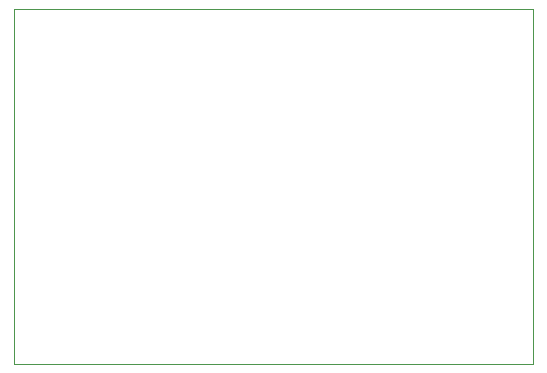
<source format=gbr>
%TF.GenerationSoftware,KiCad,Pcbnew,8.0.2*%
%TF.CreationDate,2025-01-07T16:45:11-05:00*%
%TF.ProjectId,Transimpedence,5472616e-7369-46d7-9065-64656e63652e,rev?*%
%TF.SameCoordinates,Original*%
%TF.FileFunction,Profile,NP*%
%FSLAX46Y46*%
G04 Gerber Fmt 4.6, Leading zero omitted, Abs format (unit mm)*
G04 Created by KiCad (PCBNEW 8.0.2) date 2025-01-07 16:45:11*
%MOMM*%
%LPD*%
G01*
G04 APERTURE LIST*
%TA.AperFunction,Profile*%
%ADD10C,0.100000*%
%TD*%
G04 APERTURE END LIST*
D10*
X19950000Y-20000000D02*
X63950000Y-20000000D01*
X63950000Y-50000000D01*
X19950000Y-50000000D01*
X19950000Y-20000000D01*
M02*

</source>
